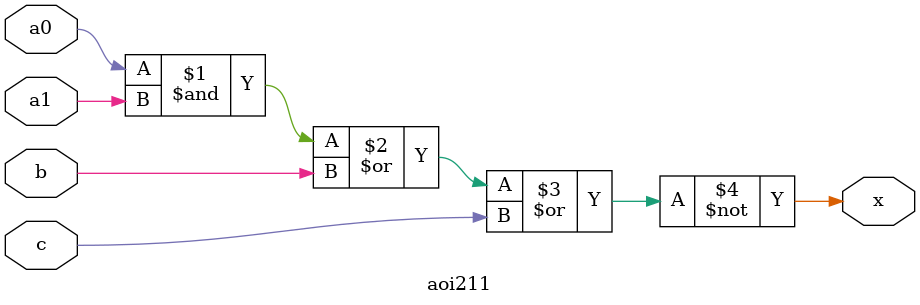
<source format=v>

module aoi (a0, a1, b, x);

	input a0;
	input a1;
	input b;
	output x;

	nor (x, a0 & a1, b);

endmodule // aoi

// 2-and to 3-or inverted (AOI-211)
module aoi211 (a0, a1, b, c, x);

	input a0;
	input a1;
	input b;
	input c;
	output x;

	nor (x, a0 & a1, b, c);

endmodule // aoi

</source>
